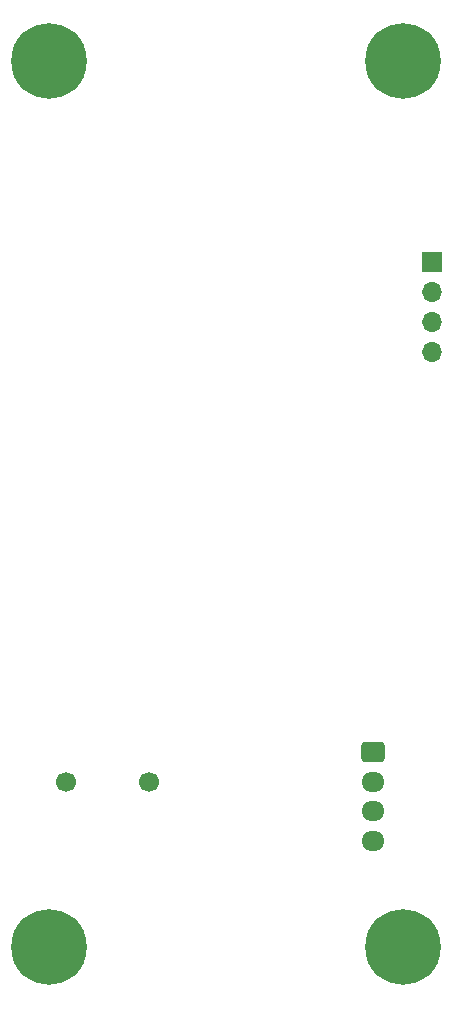
<source format=gbr>
%TF.GenerationSoftware,KiCad,Pcbnew,(6.0.0)*%
%TF.CreationDate,2022-10-20T10:52:43+02:00*%
%TF.ProjectId,ESP-input,4553502d-696e-4707-9574-2e6b69636164,rev?*%
%TF.SameCoordinates,Original*%
%TF.FileFunction,Soldermask,Bot*%
%TF.FilePolarity,Negative*%
%FSLAX46Y46*%
G04 Gerber Fmt 4.6, Leading zero omitted, Abs format (unit mm)*
G04 Created by KiCad (PCBNEW (6.0.0)) date 2022-10-20 10:52:43*
%MOMM*%
%LPD*%
G01*
G04 APERTURE LIST*
G04 Aperture macros list*
%AMRoundRect*
0 Rectangle with rounded corners*
0 $1 Rounding radius*
0 $2 $3 $4 $5 $6 $7 $8 $9 X,Y pos of 4 corners*
0 Add a 4 corners polygon primitive as box body*
4,1,4,$2,$3,$4,$5,$6,$7,$8,$9,$2,$3,0*
0 Add four circle primitives for the rounded corners*
1,1,$1+$1,$2,$3*
1,1,$1+$1,$4,$5*
1,1,$1+$1,$6,$7*
1,1,$1+$1,$8,$9*
0 Add four rect primitives between the rounded corners*
20,1,$1+$1,$2,$3,$4,$5,0*
20,1,$1+$1,$4,$5,$6,$7,0*
20,1,$1+$1,$6,$7,$8,$9,0*
20,1,$1+$1,$8,$9,$2,$3,0*%
G04 Aperture macros list end*
%ADD10RoundRect,0.250000X-0.725000X0.600000X-0.725000X-0.600000X0.725000X-0.600000X0.725000X0.600000X0*%
%ADD11O,1.950000X1.700000*%
%ADD12C,0.800000*%
%ADD13C,6.400000*%
%ADD14R,1.700000X1.700000*%
%ADD15O,1.700000X1.700000*%
%ADD16C,1.700000*%
G04 APERTURE END LIST*
D10*
%TO.C,J2*%
X107467500Y-133500000D03*
D11*
X107467500Y-136000000D03*
X107467500Y-138500000D03*
X107467500Y-141000000D03*
%TD*%
D12*
%TO.C,REF\u002A\u002A*%
X81697056Y-151697056D03*
X78302944Y-148302944D03*
X81697056Y-148302944D03*
X82400000Y-150000000D03*
X80000000Y-147600000D03*
X78302944Y-151697056D03*
D13*
X80000000Y-150000000D03*
D12*
X80000000Y-152400000D03*
X77600000Y-150000000D03*
%TD*%
%TO.C,REF\u002A\u002A*%
X108302944Y-148302944D03*
X110000000Y-152400000D03*
X108302944Y-151697056D03*
X111697056Y-151697056D03*
D13*
X110000000Y-150000000D03*
D12*
X111697056Y-148302944D03*
X112400000Y-150000000D03*
X110000000Y-147600000D03*
X107600000Y-150000000D03*
%TD*%
D14*
%TO.C,J3*%
X112500000Y-91950000D03*
D15*
X112500000Y-94490000D03*
X112500000Y-97030000D03*
X112500000Y-99570000D03*
%TD*%
D12*
%TO.C,REF\u002A\u002A*%
X111697056Y-73302944D03*
X111697056Y-76697056D03*
X112400000Y-75000000D03*
X107600000Y-75000000D03*
X108302944Y-76697056D03*
D13*
X110000000Y-75000000D03*
D12*
X110000000Y-72600000D03*
X110000000Y-77400000D03*
X108302944Y-73302944D03*
%TD*%
%TO.C,REF\u002A\u002A*%
X82400000Y-75000000D03*
X77600000Y-75000000D03*
X81697056Y-76697056D03*
X80000000Y-72600000D03*
X78302944Y-73302944D03*
X78302944Y-76697056D03*
D13*
X80000000Y-75000000D03*
D12*
X81697056Y-73302944D03*
X80000000Y-77400000D03*
%TD*%
D16*
%TO.C,J1*%
X81500000Y-136000000D03*
X88500000Y-136000000D03*
%TD*%
M02*

</source>
